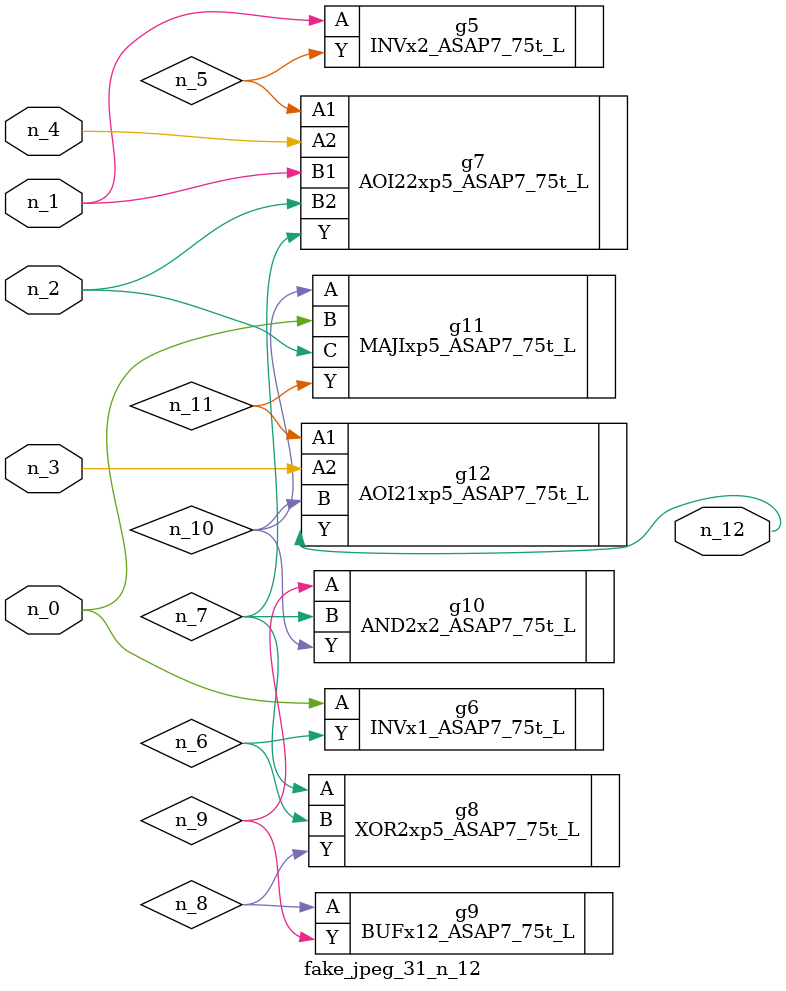
<source format=v>
module fake_jpeg_31_n_12 (n_3, n_2, n_1, n_0, n_4, n_12);

input n_3;
input n_2;
input n_1;
input n_0;
input n_4;

output n_12;

wire n_11;
wire n_10;
wire n_8;
wire n_9;
wire n_6;
wire n_5;
wire n_7;

INVx2_ASAP7_75t_L g5 ( 
.A(n_1),
.Y(n_5)
);

INVx1_ASAP7_75t_L g6 ( 
.A(n_0),
.Y(n_6)
);

AOI22xp5_ASAP7_75t_L g7 ( 
.A1(n_5),
.A2(n_4),
.B1(n_1),
.B2(n_2),
.Y(n_7)
);

XOR2xp5_ASAP7_75t_L g8 ( 
.A(n_7),
.B(n_6),
.Y(n_8)
);

BUFx12_ASAP7_75t_L g9 ( 
.A(n_8),
.Y(n_9)
);

AND2x2_ASAP7_75t_L g10 ( 
.A(n_9),
.B(n_7),
.Y(n_10)
);

MAJIxp5_ASAP7_75t_L g11 ( 
.A(n_10),
.B(n_0),
.C(n_2),
.Y(n_11)
);

AOI21xp5_ASAP7_75t_L g12 ( 
.A1(n_11),
.A2(n_3),
.B(n_10),
.Y(n_12)
);


endmodule
</source>
